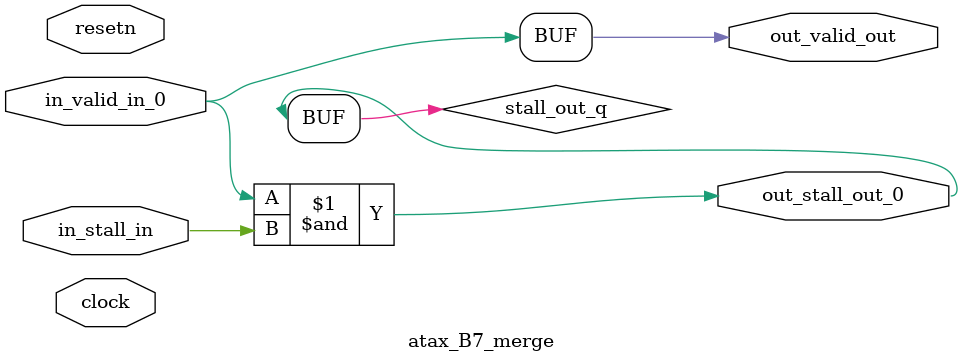
<source format=sv>



(* altera_attribute = "-name AUTO_SHIFT_REGISTER_RECOGNITION OFF; -name MESSAGE_DISABLE 10036; -name MESSAGE_DISABLE 10037; -name MESSAGE_DISABLE 14130; -name MESSAGE_DISABLE 14320; -name MESSAGE_DISABLE 15400; -name MESSAGE_DISABLE 14130; -name MESSAGE_DISABLE 10036; -name MESSAGE_DISABLE 12020; -name MESSAGE_DISABLE 12030; -name MESSAGE_DISABLE 12010; -name MESSAGE_DISABLE 12110; -name MESSAGE_DISABLE 14320; -name MESSAGE_DISABLE 13410; -name MESSAGE_DISABLE 113007; -name MESSAGE_DISABLE 10958" *)
module atax_B7_merge (
    input wire [0:0] in_stall_in,
    input wire [0:0] in_valid_in_0,
    output wire [0:0] out_stall_out_0,
    output wire [0:0] out_valid_out,
    input wire clock,
    input wire resetn
    );

    wire [0:0] stall_out_q;


    // stall_out(LOGICAL,6)
    assign stall_out_q = in_valid_in_0 & in_stall_in;

    // out_stall_out_0(GPOUT,4)
    assign out_stall_out_0 = stall_out_q;

    // out_valid_out(GPOUT,5)
    assign out_valid_out = in_valid_in_0;

endmodule

</source>
